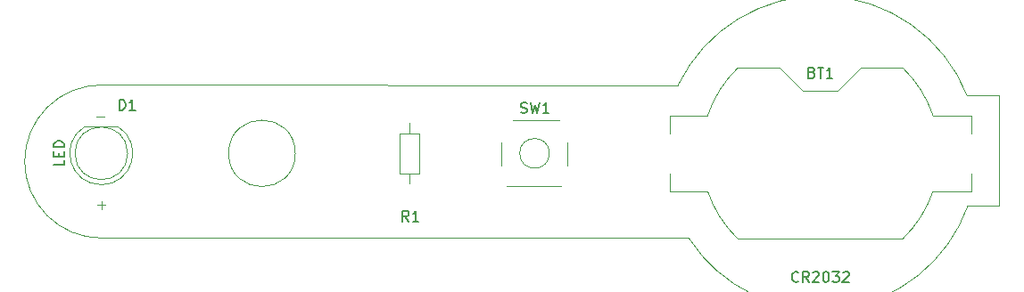
<source format=gbr>
%TF.GenerationSoftware,KiCad,Pcbnew,9.0.1*%
%TF.CreationDate,2025-06-02T10:32:27+09:00*%
%TF.ProjectId,Project 1 LED Torch,50726f6a-6563-4742-9031-204c45442054,1*%
%TF.SameCoordinates,Original*%
%TF.FileFunction,Legend,Top*%
%TF.FilePolarity,Positive*%
%FSLAX46Y46*%
G04 Gerber Fmt 4.6, Leading zero omitted, Abs format (unit mm)*
G04 Created by KiCad (PCBNEW 9.0.1) date 2025-06-02 10:32:27*
%MOMM*%
%LPD*%
G01*
G04 APERTURE LIST*
%ADD10C,0.100000*%
%ADD11C,0.150000*%
%ADD12C,0.120000*%
%TA.AperFunction,Profile*%
%ADD13C,0.050000*%
%TD*%
G04 APERTURE END LIST*
D10*
X89803884Y-99991466D02*
X90565789Y-99991466D01*
X89903884Y-108391466D02*
X90665789Y-108391466D01*
X90284836Y-108772419D02*
X90284836Y-108010514D01*
D11*
X91961905Y-99379819D02*
X91961905Y-98379819D01*
X91961905Y-98379819D02*
X92200000Y-98379819D01*
X92200000Y-98379819D02*
X92342857Y-98427438D01*
X92342857Y-98427438D02*
X92438095Y-98522676D01*
X92438095Y-98522676D02*
X92485714Y-98617914D01*
X92485714Y-98617914D02*
X92533333Y-98808390D01*
X92533333Y-98808390D02*
X92533333Y-98951247D01*
X92533333Y-98951247D02*
X92485714Y-99141723D01*
X92485714Y-99141723D02*
X92438095Y-99236961D01*
X92438095Y-99236961D02*
X92342857Y-99332200D01*
X92342857Y-99332200D02*
X92200000Y-99379819D01*
X92200000Y-99379819D02*
X91961905Y-99379819D01*
X93485714Y-99379819D02*
X92914286Y-99379819D01*
X93200000Y-99379819D02*
X93200000Y-98379819D01*
X93200000Y-98379819D02*
X93104762Y-98522676D01*
X93104762Y-98522676D02*
X93009524Y-98617914D01*
X93009524Y-98617914D02*
X92914286Y-98665533D01*
X86744819Y-104137857D02*
X86744819Y-104614047D01*
X86744819Y-104614047D02*
X85744819Y-104614047D01*
X86221009Y-103804523D02*
X86221009Y-103471190D01*
X86744819Y-103328333D02*
X86744819Y-103804523D01*
X86744819Y-103804523D02*
X85744819Y-103804523D01*
X85744819Y-103804523D02*
X85744819Y-103328333D01*
X86744819Y-102899761D02*
X85744819Y-102899761D01*
X85744819Y-102899761D02*
X85744819Y-102661666D01*
X85744819Y-102661666D02*
X85792438Y-102518809D01*
X85792438Y-102518809D02*
X85887676Y-102423571D01*
X85887676Y-102423571D02*
X85982914Y-102375952D01*
X85982914Y-102375952D02*
X86173390Y-102328333D01*
X86173390Y-102328333D02*
X86316247Y-102328333D01*
X86316247Y-102328333D02*
X86506723Y-102375952D01*
X86506723Y-102375952D02*
X86601961Y-102423571D01*
X86601961Y-102423571D02*
X86697200Y-102518809D01*
X86697200Y-102518809D02*
X86744819Y-102661666D01*
X86744819Y-102661666D02*
X86744819Y-102899761D01*
X119433333Y-109964819D02*
X119100000Y-109488628D01*
X118861905Y-109964819D02*
X118861905Y-108964819D01*
X118861905Y-108964819D02*
X119242857Y-108964819D01*
X119242857Y-108964819D02*
X119338095Y-109012438D01*
X119338095Y-109012438D02*
X119385714Y-109060057D01*
X119385714Y-109060057D02*
X119433333Y-109155295D01*
X119433333Y-109155295D02*
X119433333Y-109298152D01*
X119433333Y-109298152D02*
X119385714Y-109393390D01*
X119385714Y-109393390D02*
X119338095Y-109441009D01*
X119338095Y-109441009D02*
X119242857Y-109488628D01*
X119242857Y-109488628D02*
X118861905Y-109488628D01*
X120385714Y-109964819D02*
X119814286Y-109964819D01*
X120100000Y-109964819D02*
X120100000Y-108964819D01*
X120100000Y-108964819D02*
X120004762Y-109107676D01*
X120004762Y-109107676D02*
X119909524Y-109202914D01*
X119909524Y-109202914D02*
X119814286Y-109250533D01*
X130066667Y-99607200D02*
X130209524Y-99654819D01*
X130209524Y-99654819D02*
X130447619Y-99654819D01*
X130447619Y-99654819D02*
X130542857Y-99607200D01*
X130542857Y-99607200D02*
X130590476Y-99559580D01*
X130590476Y-99559580D02*
X130638095Y-99464342D01*
X130638095Y-99464342D02*
X130638095Y-99369104D01*
X130638095Y-99369104D02*
X130590476Y-99273866D01*
X130590476Y-99273866D02*
X130542857Y-99226247D01*
X130542857Y-99226247D02*
X130447619Y-99178628D01*
X130447619Y-99178628D02*
X130257143Y-99131009D01*
X130257143Y-99131009D02*
X130161905Y-99083390D01*
X130161905Y-99083390D02*
X130114286Y-99035771D01*
X130114286Y-99035771D02*
X130066667Y-98940533D01*
X130066667Y-98940533D02*
X130066667Y-98845295D01*
X130066667Y-98845295D02*
X130114286Y-98750057D01*
X130114286Y-98750057D02*
X130161905Y-98702438D01*
X130161905Y-98702438D02*
X130257143Y-98654819D01*
X130257143Y-98654819D02*
X130495238Y-98654819D01*
X130495238Y-98654819D02*
X130638095Y-98702438D01*
X130971429Y-98654819D02*
X131209524Y-99654819D01*
X131209524Y-99654819D02*
X131400000Y-98940533D01*
X131400000Y-98940533D02*
X131590476Y-99654819D01*
X131590476Y-99654819D02*
X131828572Y-98654819D01*
X132733333Y-99654819D02*
X132161905Y-99654819D01*
X132447619Y-99654819D02*
X132447619Y-98654819D01*
X132447619Y-98654819D02*
X132352381Y-98797676D01*
X132352381Y-98797676D02*
X132257143Y-98892914D01*
X132257143Y-98892914D02*
X132161905Y-98940533D01*
X157714285Y-95811009D02*
X157857142Y-95858628D01*
X157857142Y-95858628D02*
X157904761Y-95906247D01*
X157904761Y-95906247D02*
X157952380Y-96001485D01*
X157952380Y-96001485D02*
X157952380Y-96144342D01*
X157952380Y-96144342D02*
X157904761Y-96239580D01*
X157904761Y-96239580D02*
X157857142Y-96287200D01*
X157857142Y-96287200D02*
X157761904Y-96334819D01*
X157761904Y-96334819D02*
X157380952Y-96334819D01*
X157380952Y-96334819D02*
X157380952Y-95334819D01*
X157380952Y-95334819D02*
X157714285Y-95334819D01*
X157714285Y-95334819D02*
X157809523Y-95382438D01*
X157809523Y-95382438D02*
X157857142Y-95430057D01*
X157857142Y-95430057D02*
X157904761Y-95525295D01*
X157904761Y-95525295D02*
X157904761Y-95620533D01*
X157904761Y-95620533D02*
X157857142Y-95715771D01*
X157857142Y-95715771D02*
X157809523Y-95763390D01*
X157809523Y-95763390D02*
X157714285Y-95811009D01*
X157714285Y-95811009D02*
X157380952Y-95811009D01*
X158238095Y-95334819D02*
X158809523Y-95334819D01*
X158523809Y-96334819D02*
X158523809Y-95334819D01*
X159666666Y-96334819D02*
X159095238Y-96334819D01*
X159380952Y-96334819D02*
X159380952Y-95334819D01*
X159380952Y-95334819D02*
X159285714Y-95477676D01*
X159285714Y-95477676D02*
X159190476Y-95572914D01*
X159190476Y-95572914D02*
X159095238Y-95620533D01*
X156407739Y-115658549D02*
X156360120Y-115706169D01*
X156360120Y-115706169D02*
X156217263Y-115753788D01*
X156217263Y-115753788D02*
X156122025Y-115753788D01*
X156122025Y-115753788D02*
X155979168Y-115706169D01*
X155979168Y-115706169D02*
X155883930Y-115610930D01*
X155883930Y-115610930D02*
X155836311Y-115515692D01*
X155836311Y-115515692D02*
X155788692Y-115325216D01*
X155788692Y-115325216D02*
X155788692Y-115182359D01*
X155788692Y-115182359D02*
X155836311Y-114991883D01*
X155836311Y-114991883D02*
X155883930Y-114896645D01*
X155883930Y-114896645D02*
X155979168Y-114801407D01*
X155979168Y-114801407D02*
X156122025Y-114753788D01*
X156122025Y-114753788D02*
X156217263Y-114753788D01*
X156217263Y-114753788D02*
X156360120Y-114801407D01*
X156360120Y-114801407D02*
X156407739Y-114849026D01*
X157407739Y-115753788D02*
X157074406Y-115277597D01*
X156836311Y-115753788D02*
X156836311Y-114753788D01*
X156836311Y-114753788D02*
X157217263Y-114753788D01*
X157217263Y-114753788D02*
X157312501Y-114801407D01*
X157312501Y-114801407D02*
X157360120Y-114849026D01*
X157360120Y-114849026D02*
X157407739Y-114944264D01*
X157407739Y-114944264D02*
X157407739Y-115087121D01*
X157407739Y-115087121D02*
X157360120Y-115182359D01*
X157360120Y-115182359D02*
X157312501Y-115229978D01*
X157312501Y-115229978D02*
X157217263Y-115277597D01*
X157217263Y-115277597D02*
X156836311Y-115277597D01*
X157788692Y-114849026D02*
X157836311Y-114801407D01*
X157836311Y-114801407D02*
X157931549Y-114753788D01*
X157931549Y-114753788D02*
X158169644Y-114753788D01*
X158169644Y-114753788D02*
X158264882Y-114801407D01*
X158264882Y-114801407D02*
X158312501Y-114849026D01*
X158312501Y-114849026D02*
X158360120Y-114944264D01*
X158360120Y-114944264D02*
X158360120Y-115039502D01*
X158360120Y-115039502D02*
X158312501Y-115182359D01*
X158312501Y-115182359D02*
X157741073Y-115753788D01*
X157741073Y-115753788D02*
X158360120Y-115753788D01*
X158979168Y-114753788D02*
X159074406Y-114753788D01*
X159074406Y-114753788D02*
X159169644Y-114801407D01*
X159169644Y-114801407D02*
X159217263Y-114849026D01*
X159217263Y-114849026D02*
X159264882Y-114944264D01*
X159264882Y-114944264D02*
X159312501Y-115134740D01*
X159312501Y-115134740D02*
X159312501Y-115372835D01*
X159312501Y-115372835D02*
X159264882Y-115563311D01*
X159264882Y-115563311D02*
X159217263Y-115658549D01*
X159217263Y-115658549D02*
X159169644Y-115706169D01*
X159169644Y-115706169D02*
X159074406Y-115753788D01*
X159074406Y-115753788D02*
X158979168Y-115753788D01*
X158979168Y-115753788D02*
X158883930Y-115706169D01*
X158883930Y-115706169D02*
X158836311Y-115658549D01*
X158836311Y-115658549D02*
X158788692Y-115563311D01*
X158788692Y-115563311D02*
X158741073Y-115372835D01*
X158741073Y-115372835D02*
X158741073Y-115134740D01*
X158741073Y-115134740D02*
X158788692Y-114944264D01*
X158788692Y-114944264D02*
X158836311Y-114849026D01*
X158836311Y-114849026D02*
X158883930Y-114801407D01*
X158883930Y-114801407D02*
X158979168Y-114753788D01*
X159645835Y-114753788D02*
X160264882Y-114753788D01*
X160264882Y-114753788D02*
X159931549Y-115134740D01*
X159931549Y-115134740D02*
X160074406Y-115134740D01*
X160074406Y-115134740D02*
X160169644Y-115182359D01*
X160169644Y-115182359D02*
X160217263Y-115229978D01*
X160217263Y-115229978D02*
X160264882Y-115325216D01*
X160264882Y-115325216D02*
X160264882Y-115563311D01*
X160264882Y-115563311D02*
X160217263Y-115658549D01*
X160217263Y-115658549D02*
X160169644Y-115706169D01*
X160169644Y-115706169D02*
X160074406Y-115753788D01*
X160074406Y-115753788D02*
X159788692Y-115753788D01*
X159788692Y-115753788D02*
X159693454Y-115706169D01*
X159693454Y-115706169D02*
X159645835Y-115658549D01*
X160645835Y-114849026D02*
X160693454Y-114801407D01*
X160693454Y-114801407D02*
X160788692Y-114753788D01*
X160788692Y-114753788D02*
X161026787Y-114753788D01*
X161026787Y-114753788D02*
X161122025Y-114801407D01*
X161122025Y-114801407D02*
X161169644Y-114849026D01*
X161169644Y-114849026D02*
X161217263Y-114944264D01*
X161217263Y-114944264D02*
X161217263Y-115039502D01*
X161217263Y-115039502D02*
X161169644Y-115182359D01*
X161169644Y-115182359D02*
X160598216Y-115753788D01*
X160598216Y-115753788D02*
X161217263Y-115753788D01*
D12*
%TO.C,D1*%
X92750000Y-103495000D02*
G75*
G02*
X87750000Y-103495000I-2500000J0D01*
G01*
X87750000Y-103495000D02*
G75*
G02*
X92750000Y-103495000I2500000J0D01*
G01*
X91794830Y-100935000D02*
G75*
G02*
X90250048Y-106485000I-1544830J-2560000D01*
G01*
X90249952Y-106485000D02*
G75*
G02*
X88705170Y-100935000I48J2990000D01*
G01*
X91795000Y-100935000D02*
X88705000Y-100935000D01*
%TO.C,R1*%
X119500000Y-106370000D02*
X119500000Y-105420000D01*
X118580000Y-105420000D02*
X120420000Y-105420000D01*
X120420000Y-105420000D02*
X120420000Y-101580000D01*
X118580000Y-101580000D02*
X118580000Y-105420000D01*
X120420000Y-101580000D02*
X118580000Y-101580000D01*
X119500000Y-100630000D02*
X119500000Y-101580000D01*
%TO.C,SW1*%
X132789214Y-103500000D02*
G75*
G02*
X129960786Y-103500000I-1414214J0D01*
G01*
X129960786Y-103500000D02*
G75*
G02*
X132789214Y-103500000I1414214J0D01*
G01*
X134495000Y-102450000D02*
X134495000Y-104650000D01*
X129325000Y-100380000D02*
X133725000Y-100380000D01*
X128725000Y-106620000D02*
X133925000Y-106620000D01*
X128255000Y-104650000D02*
X128255000Y-102450000D01*
%TO.C,BT1*%
X147808000Y-99890000D02*
G75*
G02*
X150654629Y-95388211I10692020J-3610012D01*
G01*
X150654629Y-111611789D02*
G75*
G02*
X147808000Y-107110000I7845371J8111789D01*
G01*
X166345371Y-95388211D02*
G75*
G02*
X169192000Y-99890000I-7845366J-8111785D01*
G01*
X169192000Y-107110000D02*
G75*
G02*
X166345372Y-111611790I-10692020J3610010D01*
G01*
X144190000Y-99890000D02*
X147808000Y-99890000D01*
X144190000Y-101600000D02*
X144190000Y-99890000D01*
X144190000Y-105400000D02*
X144190000Y-107110000D01*
X147808000Y-107110000D02*
X144190000Y-107110000D01*
X150652700Y-95390000D02*
X154640000Y-95390000D01*
X156840000Y-97590000D02*
X154640000Y-95390000D01*
X156840000Y-97590000D02*
X160160000Y-97590000D01*
X160160000Y-97590000D02*
X162360000Y-95390000D01*
X162360000Y-95390000D02*
X166347300Y-95390000D01*
X166347300Y-111610000D02*
X150652700Y-111610000D01*
X169192000Y-99890000D02*
X172810000Y-99890000D01*
X172810000Y-101600000D02*
X172810000Y-99890000D01*
X172810000Y-105400000D02*
X172810000Y-107110000D01*
X172810000Y-107110000D02*
X169192000Y-107110000D01*
%TD*%
D13*
X90275000Y-97000000D02*
X145007191Y-97003463D01*
X90250000Y-111550043D02*
G75*
G02*
X90275000Y-97000000I0J7275043D01*
G01*
X175500000Y-98000000D02*
X174500000Y-98000000D01*
X175500000Y-108500000D02*
X175500000Y-98000000D01*
X174500000Y-108500000D02*
X175500000Y-108500000D01*
X172428779Y-98000000D02*
X174500000Y-98000000D01*
X172501874Y-108500000D02*
X174500000Y-108500000D01*
X172501874Y-108500000D02*
G75*
G02*
X146000001Y-111550000I-14001874J5000000D01*
G01*
X145007191Y-97003462D02*
G75*
G02*
X172428780Y-98000000I13492809J-6496538D01*
G01*
X90250000Y-111550000D02*
X146000000Y-111550000D01*
X108662278Y-103500000D02*
G75*
G02*
X102337722Y-103500000I-3162278J0D01*
G01*
X102337722Y-103500000D02*
G75*
G02*
X108662278Y-103500000I3162278J0D01*
G01*
M02*

</source>
